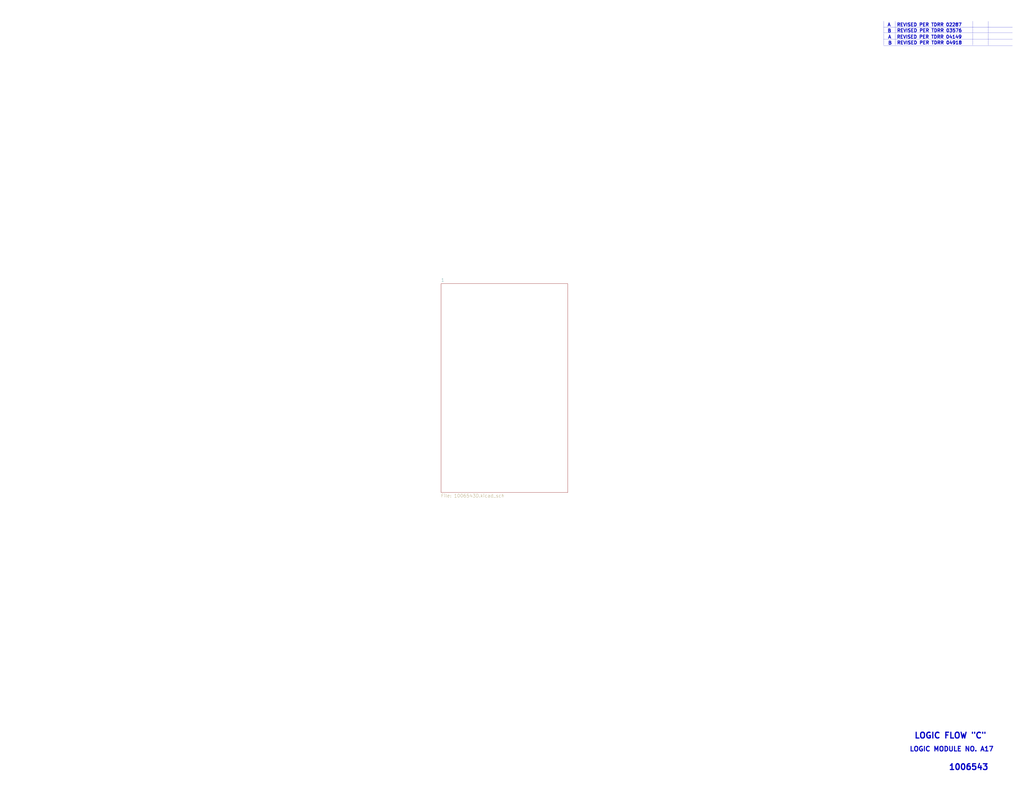
<source format=kicad_sch>
(kicad_sch (version 20211123) (generator eeschema)
  (paper "E")
  (lib_symbols)
  (polyline (pts (xy 964.3872 23.114) (xy 964.3872 35.941)) (stroke (width 0) (type solid)))
  (polyline (pts (xy 964.3872 29.591) (xy 1104.9762 29.591)) (stroke (width 0) (type solid)))
  (polyline (pts (xy 1061.6692 36.449) (xy 1061.6692 49.276)) (stroke (width 0) (type solid)))
  (polyline (pts (xy 964.3872 35.941) (xy 1104.9762 35.941)) (stroke (width 0) (type solid)))
  (polyline (pts (xy 1078.5602 36.576) (xy 1078.5602 49.403)) (stroke (width 0) (type solid)))
  (polyline (pts (xy 1078.5602 23.241) (xy 1078.5602 36.068)) (stroke (width 0) (type solid)))
  (polyline (pts (xy 964.3872 49.911) (xy 1104.9762 49.911)) (stroke (width 0) (type solid)))
  (polyline (pts (xy 976.9602 23.114) (xy 976.9602 35.941)) (stroke (width 0) (type solid)))
  (polyline (pts (xy 976.9602 36.449) (xy 976.9602 49.276)) (stroke (width 0) (type solid)))
  (polyline (pts (xy 1061.6692 23.114) (xy 1061.6692 35.941)) (stroke (width 0) (type solid)))
  (polyline (pts (xy 964.3872 42.926) (xy 1104.9762 42.926)) (stroke (width 0) (type solid)))
  (polyline (pts (xy 964.3872 36.449) (xy 964.3872 49.276)) (stroke (width 0) (type solid)))
  (text "A" (at 968.375 29.21 0) (effects (font (size 3.556 3.556) (thickness 0.7112) bold) (justify left bottom)))
  (text "REVISED PER TDRR 02287" (at 978.535 29.21 0) (effects (font (size 3.556 3.556) (thickness 0.7112) bold) (justify left bottom)))
  (text "1006543" (at 1035.177 841.502 0) (effects (font (size 6.35 6.35) (thickness 1.27) bold) (justify left bottom)))
  (text "A" (at 969.01 42.545 0) (effects (font (size 3.556 3.556) (thickness 0.7112) bold) (justify left bottom)))
  (text "REVISED PER TDRR 04149" (at 978.535 42.545 0) (effects (font (size 3.556 3.556) (thickness 0.7112) bold) (justify left bottom)))
  (text "REVISED PER TDRR 03576" (at 978.7382 35.56 0) (effects (font (size 3.556 3.556) (thickness 0.7112) bold) (justify left bottom)))
  (text "LOGIC FLOW \"C\"" (at 997.585 807.085 0) (effects (font (size 6.35 6.35) (thickness 1.27) bold) (justify left bottom)))
  (text "B" (at 969.0862 49.149 0) (effects (font (size 3.556 3.556) (thickness 0.7112) bold) (justify left bottom)))
  (text "LOGIC MODULE NO. A17" (at 992.505 821.055 0) (effects (font (size 5.08 5.08) (thickness 1.016) bold) (justify left bottom)))
  (text "REVISED PER TDRR 04918" (at 978.7382 48.895 0) (effects (font (size 3.556 3.556) (thickness 0.7112) bold) (justify left bottom)))
  (text "B" (at 968.4512 35.814 0) (effects (font (size 3.556 3.556) (thickness 0.7112) bold) (justify left bottom)))
  (sheet (at 481.33 309.88) (size 138.43 227.965)
    (property "Sheet name" "1" (at 481.33 308.0254 0) (effects (font (size 3.556 3.556)) (justify left bottom)))
    (property "Sheet file" "1006543D.kicad_sch" (at 481.33 539.344 0) (effects (font (size 3.556 3.556)) (justify left top)))
  )
)
</source>
